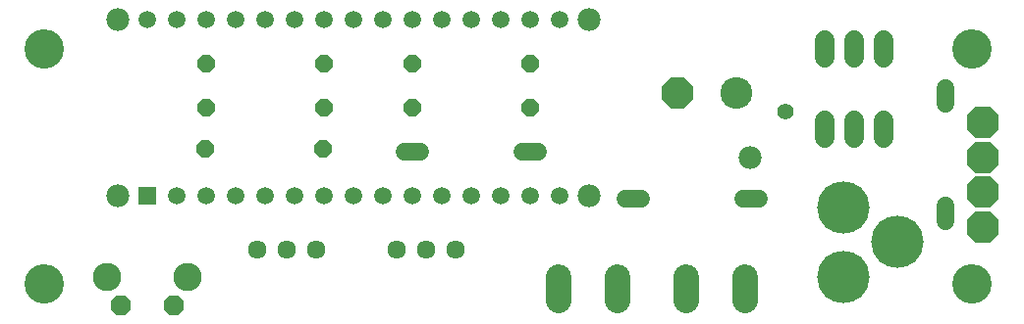
<source format=gts>
G75*
%MOIN*%
%OFA0B0*%
%FSLAX25Y25*%
%IPPOS*%
%LPD*%
%AMOC8*
5,1,8,0,0,1.08239X$1,22.5*
%
%ADD10C,0.13398*%
%ADD11C,0.07800*%
%ADD12R,0.05950X0.05950*%
%ADD13C,0.05950*%
%ADD14C,0.06000*%
%ADD15C,0.06800*%
%ADD16OC8,0.06000*%
%ADD17C,0.10800*%
%ADD18OC8,0.10800*%
%ADD19OC8,0.06800*%
%ADD20C,0.09650*%
%ADD21C,0.08600*%
%ADD22OC8,0.10850*%
%ADD23C,0.17800*%
%ADD24C,0.06343*%
%ADD25C,0.05550*%
D10*
X0021800Y0032874D03*
X0021800Y0112874D03*
X0336800Y0112874D03*
X0336800Y0032874D03*
D11*
X0261643Y0075866D03*
X0206800Y0062874D03*
X0046800Y0062874D03*
X0046800Y0122874D03*
X0206800Y0122874D03*
D12*
X0056800Y0062874D03*
D13*
X0066800Y0062874D03*
X0076800Y0062874D03*
X0086800Y0062874D03*
X0096800Y0062874D03*
X0106800Y0062874D03*
X0116800Y0062874D03*
X0126800Y0062874D03*
X0136800Y0062874D03*
X0146800Y0062874D03*
X0156800Y0062874D03*
X0166800Y0062874D03*
X0176800Y0062874D03*
X0186800Y0062874D03*
X0196800Y0062874D03*
X0196800Y0122874D03*
X0186800Y0122874D03*
X0176800Y0122874D03*
X0166800Y0122874D03*
X0156800Y0122874D03*
X0146800Y0122874D03*
X0136800Y0122874D03*
X0126800Y0122874D03*
X0116800Y0122874D03*
X0106800Y0122874D03*
X0096800Y0122874D03*
X0086800Y0122874D03*
X0076800Y0122874D03*
X0066800Y0122874D03*
X0056800Y0122874D03*
D14*
X0144200Y0077874D02*
X0149400Y0077874D01*
X0184200Y0077874D02*
X0189400Y0077874D01*
X0219200Y0061811D02*
X0224400Y0061811D01*
X0259200Y0061811D02*
X0264400Y0061811D01*
X0327863Y0059411D02*
X0327863Y0054211D01*
X0327863Y0094211D02*
X0327863Y0099411D01*
D15*
X0306800Y0109874D02*
X0306800Y0115874D01*
X0296800Y0115874D02*
X0296800Y0109874D01*
X0286800Y0109874D02*
X0286800Y0115874D01*
X0286800Y0088374D02*
X0286800Y0082374D01*
X0296800Y0082374D02*
X0296800Y0088374D01*
X0306800Y0088374D02*
X0306800Y0082374D01*
D16*
X0186800Y0092874D03*
X0186800Y0107874D03*
X0146800Y0107874D03*
X0116800Y0107874D03*
X0116800Y0092874D03*
X0146800Y0092874D03*
X0116363Y0078748D03*
X0076363Y0078748D03*
X0076800Y0092874D03*
X0076800Y0107874D03*
D17*
X0256800Y0097874D03*
D18*
X0236800Y0097874D03*
D19*
X0047900Y0025474D03*
X0065700Y0025474D03*
D20*
X0070600Y0035274D03*
X0043000Y0035274D03*
D21*
X0196624Y0035022D02*
X0196624Y0027222D01*
X0216424Y0027222D02*
X0216424Y0035022D01*
X0239931Y0035022D02*
X0239931Y0027222D01*
X0259731Y0027222D02*
X0259731Y0035022D01*
D22*
X0340383Y0052244D03*
X0340383Y0064055D03*
X0340383Y0075866D03*
X0340383Y0087677D03*
D23*
X0293139Y0058937D03*
X0311643Y0047126D03*
X0293139Y0035315D03*
D24*
X0161406Y0044370D03*
X0151406Y0044370D03*
X0141406Y0044370D03*
X0114162Y0044370D03*
X0104162Y0044370D03*
X0094162Y0044370D03*
D25*
X0273454Y0091614D03*
M02*

</source>
